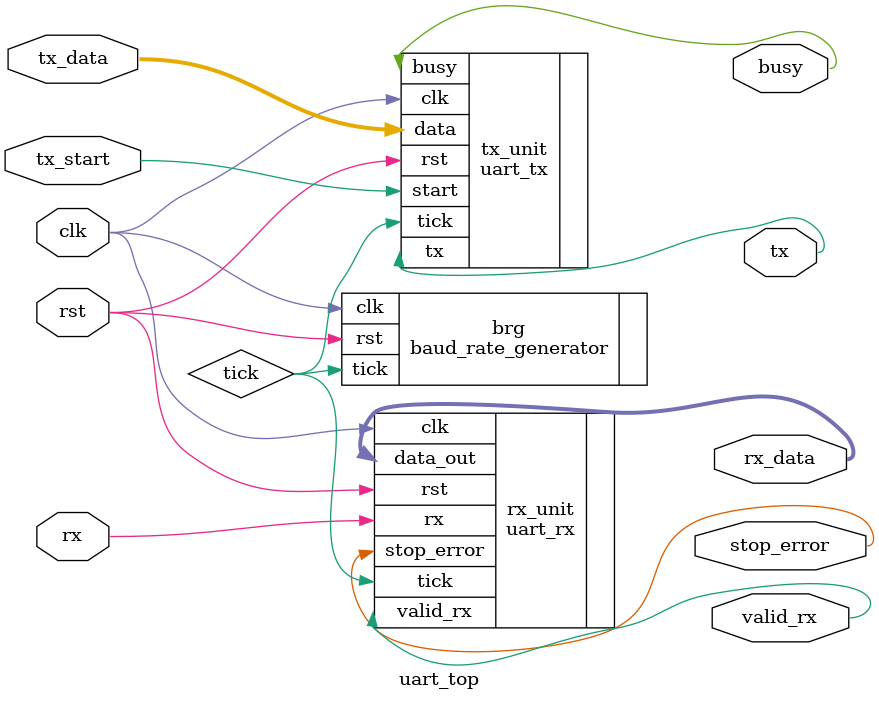
<source format=v>
module uart_top (
    input wire clk,           
    input wire rst,           
    input wire rx,            
    input wire tx_start,      
    input wire [7:0] tx_data, 
    output wire tx,           
    output wire busy,         

    output wire [7:0] rx_data, 
    output wire valid_rx,      
    output wire stop_error     
);

    wire tick;

    // 1 Baud Rate Generator
    baud_rate_generator #( .N(5208) ) brg (
        .clk(clk),
        .rst(rst),
        .tick(tick)
    );

    // 2? Transmitter
    uart_tx tx_unit (
        .clk(clk),
        .rst(rst),
        .tick(tick),
        .start(tx_start),
        .data(tx_data),
        .tx(tx),
        .busy(busy)
    );

    // 3? Receiver
    uart_rx rx_unit (
        .clk(clk),
        .rst(rst),
        .rx(rx),
        .tick(tick),
        .data_out(rx_data),
        .valid_rx(valid_rx),
        .stop_error(stop_error)
    );

endmodule


</source>
